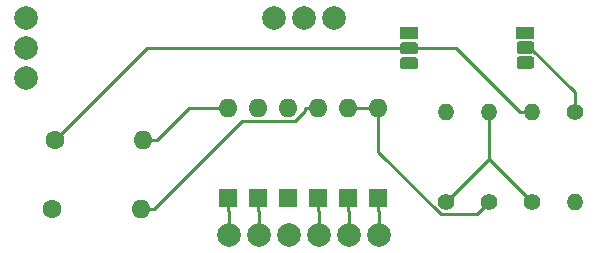
<source format=gbr>
G04 #@! TF.GenerationSoftware,KiCad,Pcbnew,(5.0.0)*
G04 #@! TF.CreationDate,2019-11-16T16:49:10+00:00*
G04 #@! TF.ProjectId,LS07,4C5330372E6B696361645F7063620000,rev?*
G04 #@! TF.SameCoordinates,Original*
G04 #@! TF.FileFunction,Copper,L2,Bot,Signal*
G04 #@! TF.FilePolarity,Positive*
%FSLAX46Y46*%
G04 Gerber Fmt 4.6, Leading zero omitted, Abs format (unit mm)*
G04 Created by KiCad (PCBNEW (5.0.0)) date 11/16/19 16:49:10*
%MOMM*%
%LPD*%
G01*
G04 APERTURE LIST*
G04 #@! TA.AperFunction,ComponentPad*
%ADD10O,1.600000X1.600000*%
G04 #@! TD*
G04 #@! TA.AperFunction,ComponentPad*
%ADD11C,1.600000*%
G04 #@! TD*
G04 #@! TA.AperFunction,ComponentPad*
%ADD12C,2.000000*%
G04 #@! TD*
G04 #@! TA.AperFunction,ComponentPad*
%ADD13R,1.600000X1.600000*%
G04 #@! TD*
G04 #@! TA.AperFunction,ComponentPad*
%ADD14C,1.400000*%
G04 #@! TD*
G04 #@! TA.AperFunction,ComponentPad*
%ADD15O,1.400000X1.400000*%
G04 #@! TD*
G04 #@! TA.AperFunction,ComponentPad*
%ADD16R,1.500000X1.050000*%
G04 #@! TD*
G04 #@! TA.AperFunction,Conductor*
%ADD17C,0.100000*%
G04 #@! TD*
G04 #@! TA.AperFunction,ComponentPad*
%ADD18C,1.050000*%
G04 #@! TD*
G04 #@! TA.AperFunction,Conductor*
%ADD19C,0.250000*%
G04 #@! TD*
G04 APERTURE END LIST*
D10*
G04 #@! TO.P,C1,2*
G04 #@! TO.N,Net-(C1-Pad2)*
X129900000Y-71600000D03*
D11*
G04 #@! TO.P,C1,1*
G04 #@! TO.N,Net-(C1-Pad1)*
X122400000Y-71600000D03*
G04 #@! TD*
D10*
G04 #@! TO.P,C2,2*
G04 #@! TO.N,Net-(C2-Pad2)*
X129700000Y-77400000D03*
D11*
G04 #@! TO.P,C2,1*
G04 #@! TO.N,Net-(C2-Pad1)*
X122200000Y-77400000D03*
G04 #@! TD*
D12*
G04 #@! TO.P,J1,13*
G04 #@! TO.N,13*
X145998000Y-61225500D03*
G04 #@! TO.P,J1,12*
G04 #@! TO.N,N/C*
X143458000Y-61225500D03*
G04 #@! TO.P,J1,11*
G04 #@! TO.N,11*
X140918000Y-61225500D03*
G04 #@! TO.P,J1,6*
G04 #@! TO.N,6*
X149808000Y-79640500D03*
G04 #@! TO.P,J1,5*
G04 #@! TO.N,5*
X147268000Y-79640500D03*
G04 #@! TO.P,J1,4*
G04 #@! TO.N,4*
X144728000Y-79640500D03*
G04 #@! TO.P,J1,3*
G04 #@! TO.N,N/C*
X142188000Y-79640500D03*
G04 #@! TO.P,J1,2*
G04 #@! TO.N,2*
X139648000Y-79640500D03*
G04 #@! TO.P,J1,1*
G04 #@! TO.N,1*
X137108000Y-79640500D03*
G04 #@! TO.P,J1,23*
G04 #@! TO.N,N/C*
X119963000Y-66305500D03*
G04 #@! TO.P,J1,22*
G04 #@! TO.N,0v*
X119963000Y-63765500D03*
G04 #@! TO.P,J1,21*
G04 #@! TO.N,+6v*
X119963000Y-61225500D03*
G04 #@! TD*
D13*
G04 #@! TO.P,D1,1*
G04 #@! TO.N,1*
X137096000Y-76454000D03*
D10*
G04 #@! TO.P,D1,2*
G04 #@! TO.N,Net-(C1-Pad2)*
X137096000Y-68834000D03*
G04 #@! TD*
D13*
G04 #@! TO.P,D2,1*
G04 #@! TO.N,2*
X139636000Y-76454000D03*
D10*
G04 #@! TO.P,D2,2*
G04 #@! TO.N,Net-(C1-Pad2)*
X139636000Y-68834000D03*
G04 #@! TD*
D13*
G04 #@! TO.P,D3,1*
G04 #@! TO.N,4*
X142176000Y-76454000D03*
D10*
G04 #@! TO.P,D3,2*
G04 #@! TO.N,Net-(C1-Pad2)*
X142176000Y-68834000D03*
G04 #@! TD*
D13*
G04 #@! TO.P,D4,1*
G04 #@! TO.N,4*
X144716000Y-76454000D03*
D10*
G04 #@! TO.P,D4,2*
G04 #@! TO.N,Net-(C2-Pad2)*
X144716000Y-68834000D03*
G04 #@! TD*
D13*
G04 #@! TO.P,D5,1*
G04 #@! TO.N,5*
X147256000Y-76454000D03*
D10*
G04 #@! TO.P,D5,2*
G04 #@! TO.N,Net-(C2-Pad2)*
X147256000Y-68834000D03*
G04 #@! TD*
D13*
G04 #@! TO.P,D6,1*
G04 #@! TO.N,6*
X149796000Y-76454000D03*
D10*
G04 #@! TO.P,D6,2*
G04 #@! TO.N,Net-(C2-Pad2)*
X149796000Y-68834000D03*
G04 #@! TD*
D14*
G04 #@! TO.P,R1,1*
G04 #@! TO.N,+6v*
X155512000Y-76835000D03*
D15*
G04 #@! TO.P,R1,2*
G04 #@! TO.N,Net-(C1-Pad2)*
X155512000Y-69215000D03*
G04 #@! TD*
D14*
G04 #@! TO.P,R2,1*
G04 #@! TO.N,Net-(C2-Pad2)*
X159194000Y-76835000D03*
D15*
G04 #@! TO.P,R2,2*
G04 #@! TO.N,+6v*
X159194000Y-69215000D03*
G04 #@! TD*
D14*
G04 #@! TO.P,R3,1*
G04 #@! TO.N,+6v*
X162814000Y-76835000D03*
D15*
G04 #@! TO.P,R3,2*
G04 #@! TO.N,Net-(C1-Pad1)*
X162814000Y-69215000D03*
G04 #@! TD*
D14*
G04 #@! TO.P,R4,1*
G04 #@! TO.N,Net-(C2-Pad1)*
X166400000Y-69200000D03*
D15*
G04 #@! TO.P,R4,2*
G04 #@! TO.N,+6v*
X166400000Y-76820000D03*
G04 #@! TD*
D16*
G04 #@! TO.P,VT1,3*
G04 #@! TO.N,11*
X152400000Y-62547500D03*
D17*
G04 #@! TD*
G04 #@! TO.N,0v*
G04 #@! TO.C,VT1*
G36*
X152913229Y-64563764D02*
X152938711Y-64567544D01*
X152963700Y-64573803D01*
X152987954Y-64582482D01*
X153011242Y-64593496D01*
X153033337Y-64606739D01*
X153054028Y-64622085D01*
X153073116Y-64639384D01*
X153090415Y-64658472D01*
X153105761Y-64679163D01*
X153119004Y-64701258D01*
X153130018Y-64724546D01*
X153138697Y-64748800D01*
X153144956Y-64773789D01*
X153148736Y-64799271D01*
X153150000Y-64825000D01*
X153150000Y-65350000D01*
X153148736Y-65375729D01*
X153144956Y-65401211D01*
X153138697Y-65426200D01*
X153130018Y-65450454D01*
X153119004Y-65473742D01*
X153105761Y-65495837D01*
X153090415Y-65516528D01*
X153073116Y-65535616D01*
X153054028Y-65552915D01*
X153033337Y-65568261D01*
X153011242Y-65581504D01*
X152987954Y-65592518D01*
X152963700Y-65601197D01*
X152938711Y-65607456D01*
X152913229Y-65611236D01*
X152887500Y-65612500D01*
X151912500Y-65612500D01*
X151886771Y-65611236D01*
X151861289Y-65607456D01*
X151836300Y-65601197D01*
X151812046Y-65592518D01*
X151788758Y-65581504D01*
X151766663Y-65568261D01*
X151745972Y-65552915D01*
X151726884Y-65535616D01*
X151709585Y-65516528D01*
X151694239Y-65495837D01*
X151680996Y-65473742D01*
X151669982Y-65450454D01*
X151661303Y-65426200D01*
X151655044Y-65401211D01*
X151651264Y-65375729D01*
X151650000Y-65350000D01*
X151650000Y-64825000D01*
X151651264Y-64799271D01*
X151655044Y-64773789D01*
X151661303Y-64748800D01*
X151669982Y-64724546D01*
X151680996Y-64701258D01*
X151694239Y-64679163D01*
X151709585Y-64658472D01*
X151726884Y-64639384D01*
X151745972Y-64622085D01*
X151766663Y-64606739D01*
X151788758Y-64593496D01*
X151812046Y-64582482D01*
X151836300Y-64573803D01*
X151861289Y-64567544D01*
X151886771Y-64563764D01*
X151912500Y-64562500D01*
X152887500Y-64562500D01*
X152913229Y-64563764D01*
X152913229Y-64563764D01*
G37*
D18*
G04 #@! TO.P,VT1,1*
G04 #@! TO.N,0v*
X152400000Y-65087500D03*
D17*
G04 #@! TD*
G04 #@! TO.N,Net-(C1-Pad1)*
G04 #@! TO.C,VT1*
G36*
X152913229Y-63293764D02*
X152938711Y-63297544D01*
X152963700Y-63303803D01*
X152987954Y-63312482D01*
X153011242Y-63323496D01*
X153033337Y-63336739D01*
X153054028Y-63352085D01*
X153073116Y-63369384D01*
X153090415Y-63388472D01*
X153105761Y-63409163D01*
X153119004Y-63431258D01*
X153130018Y-63454546D01*
X153138697Y-63478800D01*
X153144956Y-63503789D01*
X153148736Y-63529271D01*
X153150000Y-63555000D01*
X153150000Y-64080000D01*
X153148736Y-64105729D01*
X153144956Y-64131211D01*
X153138697Y-64156200D01*
X153130018Y-64180454D01*
X153119004Y-64203742D01*
X153105761Y-64225837D01*
X153090415Y-64246528D01*
X153073116Y-64265616D01*
X153054028Y-64282915D01*
X153033337Y-64298261D01*
X153011242Y-64311504D01*
X152987954Y-64322518D01*
X152963700Y-64331197D01*
X152938711Y-64337456D01*
X152913229Y-64341236D01*
X152887500Y-64342500D01*
X151912500Y-64342500D01*
X151886771Y-64341236D01*
X151861289Y-64337456D01*
X151836300Y-64331197D01*
X151812046Y-64322518D01*
X151788758Y-64311504D01*
X151766663Y-64298261D01*
X151745972Y-64282915D01*
X151726884Y-64265616D01*
X151709585Y-64246528D01*
X151694239Y-64225837D01*
X151680996Y-64203742D01*
X151669982Y-64180454D01*
X151661303Y-64156200D01*
X151655044Y-64131211D01*
X151651264Y-64105729D01*
X151650000Y-64080000D01*
X151650000Y-63555000D01*
X151651264Y-63529271D01*
X151655044Y-63503789D01*
X151661303Y-63478800D01*
X151669982Y-63454546D01*
X151680996Y-63431258D01*
X151694239Y-63409163D01*
X151709585Y-63388472D01*
X151726884Y-63369384D01*
X151745972Y-63352085D01*
X151766663Y-63336739D01*
X151788758Y-63323496D01*
X151812046Y-63312482D01*
X151836300Y-63303803D01*
X151861289Y-63297544D01*
X151886771Y-63293764D01*
X151912500Y-63292500D01*
X152887500Y-63292500D01*
X152913229Y-63293764D01*
X152913229Y-63293764D01*
G37*
D18*
G04 #@! TO.P,VT1,2*
G04 #@! TO.N,Net-(C1-Pad1)*
X152400000Y-63817500D03*
G04 #@! TD*
D16*
G04 #@! TO.P,VT2,3*
G04 #@! TO.N,13*
X162242000Y-62484000D03*
D17*
G04 #@! TD*
G04 #@! TO.N,0v*
G04 #@! TO.C,VT2*
G36*
X162755229Y-64500264D02*
X162780711Y-64504044D01*
X162805700Y-64510303D01*
X162829954Y-64518982D01*
X162853242Y-64529996D01*
X162875337Y-64543239D01*
X162896028Y-64558585D01*
X162915116Y-64575884D01*
X162932415Y-64594972D01*
X162947761Y-64615663D01*
X162961004Y-64637758D01*
X162972018Y-64661046D01*
X162980697Y-64685300D01*
X162986956Y-64710289D01*
X162990736Y-64735771D01*
X162992000Y-64761500D01*
X162992000Y-65286500D01*
X162990736Y-65312229D01*
X162986956Y-65337711D01*
X162980697Y-65362700D01*
X162972018Y-65386954D01*
X162961004Y-65410242D01*
X162947761Y-65432337D01*
X162932415Y-65453028D01*
X162915116Y-65472116D01*
X162896028Y-65489415D01*
X162875337Y-65504761D01*
X162853242Y-65518004D01*
X162829954Y-65529018D01*
X162805700Y-65537697D01*
X162780711Y-65543956D01*
X162755229Y-65547736D01*
X162729500Y-65549000D01*
X161754500Y-65549000D01*
X161728771Y-65547736D01*
X161703289Y-65543956D01*
X161678300Y-65537697D01*
X161654046Y-65529018D01*
X161630758Y-65518004D01*
X161608663Y-65504761D01*
X161587972Y-65489415D01*
X161568884Y-65472116D01*
X161551585Y-65453028D01*
X161536239Y-65432337D01*
X161522996Y-65410242D01*
X161511982Y-65386954D01*
X161503303Y-65362700D01*
X161497044Y-65337711D01*
X161493264Y-65312229D01*
X161492000Y-65286500D01*
X161492000Y-64761500D01*
X161493264Y-64735771D01*
X161497044Y-64710289D01*
X161503303Y-64685300D01*
X161511982Y-64661046D01*
X161522996Y-64637758D01*
X161536239Y-64615663D01*
X161551585Y-64594972D01*
X161568884Y-64575884D01*
X161587972Y-64558585D01*
X161608663Y-64543239D01*
X161630758Y-64529996D01*
X161654046Y-64518982D01*
X161678300Y-64510303D01*
X161703289Y-64504044D01*
X161728771Y-64500264D01*
X161754500Y-64499000D01*
X162729500Y-64499000D01*
X162755229Y-64500264D01*
X162755229Y-64500264D01*
G37*
D18*
G04 #@! TO.P,VT2,1*
G04 #@! TO.N,0v*
X162242000Y-65024000D03*
D17*
G04 #@! TD*
G04 #@! TO.N,Net-(C2-Pad1)*
G04 #@! TO.C,VT2*
G36*
X162755229Y-63230264D02*
X162780711Y-63234044D01*
X162805700Y-63240303D01*
X162829954Y-63248982D01*
X162853242Y-63259996D01*
X162875337Y-63273239D01*
X162896028Y-63288585D01*
X162915116Y-63305884D01*
X162932415Y-63324972D01*
X162947761Y-63345663D01*
X162961004Y-63367758D01*
X162972018Y-63391046D01*
X162980697Y-63415300D01*
X162986956Y-63440289D01*
X162990736Y-63465771D01*
X162992000Y-63491500D01*
X162992000Y-64016500D01*
X162990736Y-64042229D01*
X162986956Y-64067711D01*
X162980697Y-64092700D01*
X162972018Y-64116954D01*
X162961004Y-64140242D01*
X162947761Y-64162337D01*
X162932415Y-64183028D01*
X162915116Y-64202116D01*
X162896028Y-64219415D01*
X162875337Y-64234761D01*
X162853242Y-64248004D01*
X162829954Y-64259018D01*
X162805700Y-64267697D01*
X162780711Y-64273956D01*
X162755229Y-64277736D01*
X162729500Y-64279000D01*
X161754500Y-64279000D01*
X161728771Y-64277736D01*
X161703289Y-64273956D01*
X161678300Y-64267697D01*
X161654046Y-64259018D01*
X161630758Y-64248004D01*
X161608663Y-64234761D01*
X161587972Y-64219415D01*
X161568884Y-64202116D01*
X161551585Y-64183028D01*
X161536239Y-64162337D01*
X161522996Y-64140242D01*
X161511982Y-64116954D01*
X161503303Y-64092700D01*
X161497044Y-64067711D01*
X161493264Y-64042229D01*
X161492000Y-64016500D01*
X161492000Y-63491500D01*
X161493264Y-63465771D01*
X161497044Y-63440289D01*
X161503303Y-63415300D01*
X161511982Y-63391046D01*
X161522996Y-63367758D01*
X161536239Y-63345663D01*
X161551585Y-63324972D01*
X161568884Y-63305884D01*
X161587972Y-63288585D01*
X161608663Y-63273239D01*
X161630758Y-63259996D01*
X161654046Y-63248982D01*
X161678300Y-63240303D01*
X161703289Y-63234044D01*
X161728771Y-63230264D01*
X161754500Y-63229000D01*
X162729500Y-63229000D01*
X162755229Y-63230264D01*
X162755229Y-63230264D01*
G37*
D18*
G04 #@! TO.P,VT2,2*
G04 #@! TO.N,Net-(C2-Pad1)*
X162242000Y-63754000D03*
G04 #@! TD*
D19*
G04 #@! TO.N,1*
X137096000Y-76454000D02*
X137096000Y-77579300D01*
X137096000Y-77579300D02*
X137108000Y-77591300D01*
X137108000Y-77591300D02*
X137108000Y-79640500D01*
G04 #@! TO.N,2*
X139636000Y-76454000D02*
X139636000Y-77579300D01*
X139636000Y-77579300D02*
X139648000Y-77591300D01*
X139648000Y-77591300D02*
X139648000Y-79640500D01*
G04 #@! TO.N,4*
X144716000Y-76454000D02*
X144716000Y-77579300D01*
X144716000Y-77579300D02*
X144728000Y-77591300D01*
X144728000Y-77591300D02*
X144728000Y-79640500D01*
G04 #@! TO.N,5*
X147256000Y-76454000D02*
X147256000Y-77579300D01*
X147256000Y-77579300D02*
X147268000Y-77591300D01*
X147268000Y-77591300D02*
X147268000Y-79640500D01*
G04 #@! TO.N,6*
X149796000Y-76454000D02*
X149796000Y-77579300D01*
X149796000Y-77579300D02*
X149808000Y-77591300D01*
X149808000Y-77591300D02*
X149808000Y-79640500D01*
G04 #@! TO.N,+6v*
X159163000Y-73184000D02*
X162814000Y-76835000D01*
X159194000Y-69727600D02*
X159163000Y-69758600D01*
X159163000Y-69758600D02*
X159163000Y-73184000D01*
X159163000Y-73184000D02*
X155512000Y-76835000D01*
X159194000Y-69215000D02*
X159194000Y-69727600D01*
G04 #@! TO.N,Net-(C1-Pad1)*
X152400000Y-63817500D02*
X130182500Y-63817500D01*
X130182500Y-63817500D02*
X122400000Y-71600000D01*
X161788700Y-69215000D02*
X156391200Y-63817500D01*
X156391200Y-63817500D02*
X152400000Y-63817500D01*
X162814000Y-69215000D02*
X161788700Y-69215000D01*
G04 #@! TO.N,Net-(C1-Pad2)*
X129900000Y-71600000D02*
X131025300Y-71600000D01*
X137096000Y-68834000D02*
X133791300Y-68834000D01*
X133791300Y-68834000D02*
X131025300Y-71600000D01*
G04 #@! TO.N,Net-(C2-Pad2)*
X159194000Y-76835000D02*
X158156400Y-77872600D01*
X158156400Y-77872600D02*
X155096200Y-77872600D01*
X155096200Y-77872600D02*
X149796000Y-72572400D01*
X149796000Y-72572400D02*
X149796000Y-68834000D01*
X149796000Y-68834000D02*
X148381300Y-68834000D01*
X147256000Y-68834000D02*
X148381300Y-68834000D01*
X129700000Y-77400000D02*
X130825300Y-77400000D01*
X144716000Y-68834000D02*
X143590700Y-68834000D01*
X143590700Y-68834000D02*
X143590700Y-69115400D01*
X143590700Y-69115400D02*
X142746800Y-69959300D01*
X142746800Y-69959300D02*
X138266000Y-69959300D01*
X138266000Y-69959300D02*
X130825300Y-77400000D01*
G04 #@! TO.N,Net-(C2-Pad1)*
X162242000Y-63754000D02*
X162614800Y-63754000D01*
X162614800Y-63754000D02*
X166400000Y-67539200D01*
X166400000Y-67539200D02*
X166400000Y-69200000D01*
G04 #@! TD*
M02*

</source>
